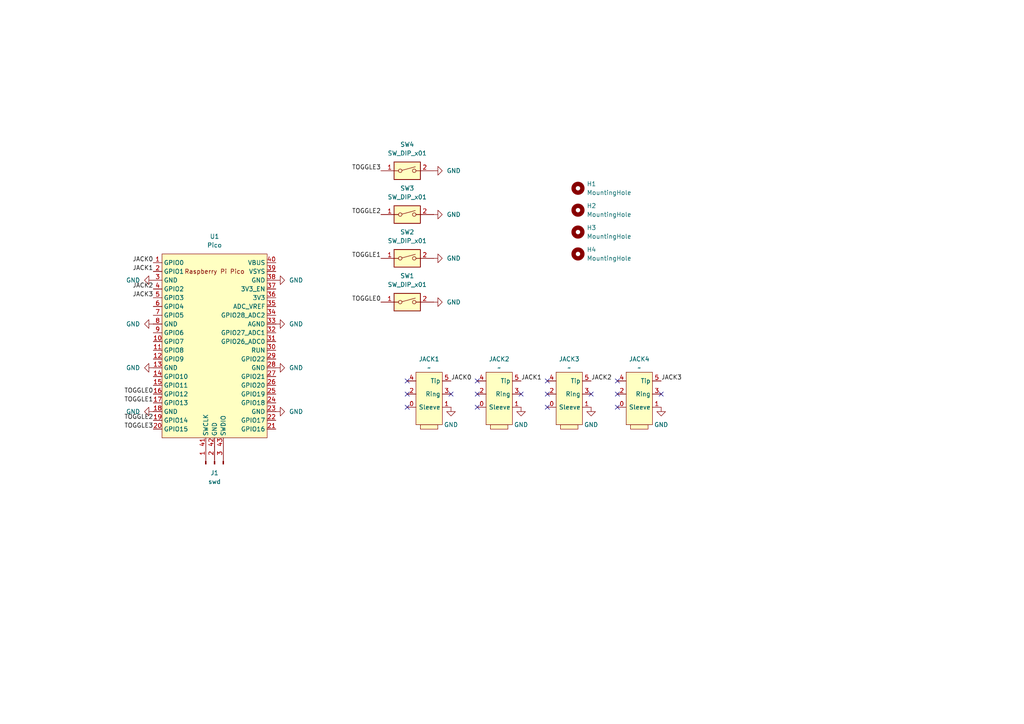
<source format=kicad_sch>
(kicad_sch (version 20231120) (generator "eeschema") (generator_version "8.0")
  (paper "A4")
  (lib_symbols
    (symbol "Connector:Conn_01x03_Pin" (pin_names (offset 1.016) hide)
      (property "Reference" "J" (at 0 5.08 0))
      (property "Value" "Conn_01x03_Pin" (at 0 -5.08 0))
      (symbol "Conn_01x03_Pin_1_1"
        (polyline (pts (xy 1.27 -2.54) (xy 0.8636 -2.54)) (stroke (width 0.1524)))
        (polyline (pts (xy 1.27 0) (xy 0.8636 0)) (stroke (width 0.1524)))
        (polyline (pts (xy 1.27 2.54) (xy 0.8636 2.54)) (stroke (width 0.1524)))
        (rectangle (start 0.8636 -2.413) (end 0 -2.667) (stroke (width 0.1524)) (fill (type outline)))
        (rectangle (start 0.8636 0.127) (end 0 -0.127) (stroke (width 0.1524)) (fill (type outline)))
        (rectangle (start 0.8636 2.667) (end 0 2.413) (stroke (width 0.1524)) (fill (type outline)))
        (pin passive line (at 5.08 2.54 180) (length 3.81) (name "Pin_1") (number "1"))
        (pin passive line (at 5.08 0 180) (length 3.81) (name "Pin_2") (number "2"))
        (pin passive line (at 5.08 -2.54 180) (length 3.81) (name "Pin_3") (number "3"))
      )
    )
    (symbol "MCU_RaspberryPi_and_Boards:Pico"
      (property "Reference" "U" (at -13.97 27.94 0))
      (property "Value" "Pico" (at 0 19.05 0))
      (symbol "Pico_0_0"
        (text "Raspberry Pi Pico" (at 0 21.59 0) (effects (font (size 1.27 1.27))))
      )
      (symbol "Pico_0_1"
        (rectangle (start -15.24 26.67) (end 15.24 -26.67) (fill (type background)))
      )
      (symbol "Pico_1_1"
        (pin bidirectional line (at -17.78 24.13 0) (length 2.54) (name "GPIO0") (number "1"))
        (pin bidirectional line (at -17.78 1.27 0) (length 2.54) (name "GPIO7") (number "10"))
        (pin bidirectional line (at -17.78 -1.27 0) (length 2.54) (name "GPIO8") (number "11"))
        (pin bidirectional line (at -17.78 -3.81 0) (length 2.54) (name "GPIO9") (number "12"))
        (pin power_in line (at -17.78 -6.35 0) (length 2.54) (name "GND") (number "13"))
        (pin bidirectional line (at -17.78 -8.89 0) (length 2.54) (name "GPIO10") (number "14"))
        (pin bidirectional line (at -17.78 -11.43 0) (length 2.54) (name "GPIO11") (number "15"))
        (pin bidirectional line (at -17.78 -13.97 0) (length 2.54) (name "GPIO12") (number "16"))
        (pin bidirectional line (at -17.78 -16.51 0) (length 2.54) (name "GPIO13") (number "17"))
        (pin power_in line (at -17.78 -19.05 0) (length 2.54) (name "GND") (number "18"))
        (pin bidirectional line (at -17.78 -21.59 0) (length 2.54) (name "GPIO14") (number "19"))
        (pin bidirectional line (at -17.78 21.59 0) (length 2.54) (name "GPIO1") (number "2"))
        (pin bidirectional line (at -17.78 -24.13 0) (length 2.54) (name "GPIO15") (number "20"))
        (pin bidirectional line (at 17.78 -24.13 180) (length 2.54) (name "GPIO16") (number "21"))
        (pin bidirectional line (at 17.78 -21.59 180) (length 2.54) (name "GPIO17") (number "22"))
        (pin power_in line (at 17.78 -19.05 180) (length 2.54) (name "GND") (number "23"))
        (pin bidirectional line (at 17.78 -16.51 180) (length 2.54) (name "GPIO18") (number "24"))
        (pin bidirectional line (at 17.78 -13.97 180) (length 2.54) (name "GPIO19") (number "25"))
        (pin bidirectional line (at 17.78 -11.43 180) (length 2.54) (name "GPIO20") (number "26"))
        (pin bidirectional line (at 17.78 -8.89 180) (length 2.54) (name "GPIO21") (number "27"))
        (pin power_in line (at 17.78 -6.35 180) (length 2.54) (name "GND") (number "28"))
        (pin bidirectional line (at 17.78 -3.81 180) (length 2.54) (name "GPIO22") (number "29"))
        (pin power_in line (at -17.78 19.05 0) (length 2.54) (name "GND") (number "3"))
        (pin input line (at 17.78 -1.27 180) (length 2.54) (name "RUN") (number "30"))
        (pin bidirectional line (at 17.78 1.27 180) (length 2.54) (name "GPIO26_ADC0") (number "31"))
        (pin bidirectional line (at 17.78 3.81 180) (length 2.54) (name "GPIO27_ADC1") (number "32"))
        (pin power_in line (at 17.78 6.35 180) (length 2.54) (name "AGND") (number "33"))
        (pin bidirectional line (at 17.78 8.89 180) (length 2.54) (name "GPIO28_ADC2") (number "34"))
        (pin power_in line (at 17.78 11.43 180) (length 2.54) (name "ADC_VREF") (number "35"))
        (pin power_in line (at 17.78 13.97 180) (length 2.54) (name "3V3") (number "36"))
        (pin input line (at 17.78 16.51 180) (length 2.54) (name "3V3_EN") (number "37"))
        (pin bidirectional line (at 17.78 19.05 180) (length 2.54) (name "GND") (number "38"))
        (pin power_in line (at 17.78 21.59 180) (length 2.54) (name "VSYS") (number "39"))
        (pin bidirectional line (at -17.78 16.51 0) (length 2.54) (name "GPIO2") (number "4"))
        (pin power_in line (at 17.78 24.13 180) (length 2.54) (name "VBUS") (number "40"))
        (pin input line (at -2.54 -29.21 90) (length 2.54) (name "SWCLK") (number "41"))
        (pin power_in line (at 0 -29.21 90) (length 2.54) (name "GND") (number "42"))
        (pin bidirectional line (at 2.54 -29.21 90) (length 2.54) (name "SWDIO") (number "43"))
        (pin bidirectional line (at -17.78 13.97 0) (length 2.54) (name "GPIO3") (number "5"))
        (pin bidirectional line (at -17.78 11.43 0) (length 2.54) (name "GPIO4") (number "6"))
        (pin bidirectional line (at -17.78 8.89 0) (length 2.54) (name "GPIO5") (number "7"))
        (pin power_in line (at -17.78 6.35 0) (length 2.54) (name "GND") (number "8"))
        (pin bidirectional line (at -17.78 3.81 0) (length 2.54) (name "GPIO6") (number "9"))
      )
    )
    (symbol "Mechanical:MountingHole" (pin_names (offset 1.016)) (exclude_from_sim yes) (in_bom no)
      (property "Reference" "H" (at 0 5.08 0))
      (property "Value" "MountingHole" (at 0 3.175 0))
      (symbol "MountingHole_0_1"
        (circle (center 0 0) (radius 1.27) (stroke (width 1.27)))
      )
    )
    (symbol "Switch:SW_DIP_x01" (pin_names (offset 0) hide)
      (property "Reference" "SW" (at 0 3.81 0))
      (property "Value" "SW_DIP_x01" (at 0 -3.81 0))
      (symbol "SW_DIP_x01_0_0"
        (circle (center -2.032 0) (radius 0.508))
        (polyline (pts (xy -1.524 0.127) (xy 2.3622 1.1684)))
        (circle (center 2.032 0) (radius 0.508))
      )
      (symbol "SW_DIP_x01_0_1"
        (rectangle (start -3.81 2.54) (end 3.81 -2.54) (stroke (width 0.254)) (fill (type background)))
      )
      (symbol "SW_DIP_x01_1_1"
        (pin passive line (at -7.62 0 0) (length 5.08) (name "~") (number "1"))
        (pin passive line (at 7.62 0 180) (length 5.08) (name "~") (number "2"))
      )
    )
    (symbol "power:GND" (power) (pin_numbers hide) (pin_names (offset 0) hide)
      (property "Value" "GND" (at 0 -3.81 0))
      (symbol "GND_0_1"
        (polyline (pts (xy 0 0) (xy 0 -1.27) (xy 1.27 -1.27) (xy 0 -2.54) (xy -1.27 -1.27) (xy 0 -1.27)))
      )
      (symbol "GND_1_1"
        (pin power_in line (at 0 0 270) (length 0) (name "~") (number "1"))
      )
    )
    (symbol "rytmos:TRS_Jack_6.3mm"
      (property "Reference" "JACK" (at -0.254 7.62 0))
      (symbol "TRS_Jack_6.3mm_1_1"
        (rectangle (start -3.81 -8.89) (end 3.81 6.35) (fill (type background)))
        (rectangle (start -2.54 -10.16) (end 2.54 -8.89) (fill (type background)))
        (pin input line (at -6.35 -3.81 0) (length 2.54) (name "") (number "0"))
        (pin input line (at 6.35 -3.81 180) (length 2.54) (name "Sleeve") (number "1"))
        (pin input line (at -6.35 0 0) (length 2.54) (name "") (number "2"))
        (pin input line (at 6.35 0 180) (length 2.54) (name "Ring") (number "3"))
        (pin input line (at -6.35 3.81 0) (length 2.54) (name "") (number "4"))
        (pin input line (at 6.35 3.81 180) (length 2.54) (name "Tip") (number "5"))
      )
    )
  )
  (no_connect (at 138.43 114.3))
  (no_connect (at 179.07 110.49))
  (no_connect (at 158.75 114.3))
  (no_connect (at 179.07 118.11))
  (no_connect (at 138.43 118.11))
  (no_connect (at 118.11 114.3))
  (no_connect (at 191.77 114.3))
  (no_connect (at 179.07 114.3))
  (no_connect (at 138.43 110.49))
  (no_connect (at 151.13 114.3))
  (no_connect (at 118.11 118.11))
  (no_connect (at 158.75 118.11))
  (no_connect (at 158.75 110.49))
  (no_connect (at 171.45 114.3))
  (no_connect (at 130.81 114.3))
  (no_connect (at 118.11 110.49))
  (label "JACK2" (at 44.45 83.82 180))
  (label "TOGGLE0" (at 44.45 114.3 180))
  (label "TOGGLE1" (at 110.49 74.93 180))
  (label "JACK0" (at 44.45 76.2 180))
  (label "TOGGLE2" (at 44.45 121.92 180))
  (label "JACK3" (at 44.45 86.36 180))
  (label "TOGGLE0" (at 110.49 87.63 180))
  (label "JACK1" (at 151.13 110.49 0))
  (label "JACK1" (at 44.45 78.74 180))
  (label "JACK0" (at 130.81 110.49 0))
  (label "TOGGLE2" (at 110.49 62.23 180))
  (label "JACK3" (at 191.77 110.49 0))
  (label "TOGGLE3" (at 44.45 124.46 180))
  (label "TOGGLE1" (at 44.45 116.84 180))
  (label "TOGGLE3" (at 110.49 49.53 180))
  (label "JACK2" (at 171.45 110.49 0))
  (symbol (lib_id "power:GND") (at 44.45 81.28 270) (unit 1)
    (property "Reference" "#PWR09" (effects (hide yes)))
    (property "Value" "GND" (at 40.64 81.2799 90) (effects (justify right)))
    (property "Description" "Power symbol creates a global label with name \"GND\" , ground" (effects (hide yes)))
  )
  (symbol (lib_id "power:GND") (at 130.81 118.11 0) (unit 1)
    (property "Reference" "#PWR01" (effects (hide yes)))
    (property "Value" "GND" (at 130.81 123.19 0))
    (property "Description" "Power symbol creates a global label with name \"GND\" , ground" (effects (hide yes)))
  )
  (symbol (lib_id "Mechanical:MountingHole") (at 167.64 54.61 0) (unit 1) (exclude_from_sim yes) (in_bom no)
    (property "Reference" "H1" (at 170.18 53.3399 0) (effects (justify left)))
    (property "Value" "MountingHole" (at 170.18 55.8799 0) (effects (justify left)))
    (property "Footprint" "MountingHole:MountingHole_3.2mm_M3" (effects (hide yes)))
    (property "Description" "Mounting Hole without connection" (effects (hide yes)))
  )
  (symbol (lib_id "rytmos:TRS_Jack_6.3mm") (at 185.42 114.3 0) (unit 1)
    (property "Reference" "JACK4" (at 185.42 104.14 0))
    (property "Value" "~" (at 185.42 106.68 0))
    (property "Footprint" "rytmos:Jack_6.3mm" (effects (hide yes)))
  )
  (symbol (lib_id "rytmos:TRS_Jack_6.3mm") (at 124.46 114.3 0) (unit 1)
    (property "Reference" "JACK1" (at 124.46 104.14 0))
    (property "Value" "~" (at 124.46 106.68 0))
    (property "Footprint" "rytmos:Jack_6.3mm" (effects (hide yes)))
  )
  (symbol (lib_id "power:GND") (at 191.77 118.11 0) (unit 1)
    (property "Reference" "#PWR04" (effects (hide yes)))
    (property "Value" "GND" (at 191.77 123.19 0))
    (property "Description" "Power symbol creates a global label with name \"GND\" , ground" (effects (hide yes)))
  )
  (symbol (lib_id "power:GND") (at 125.73 62.23 90) (unit 1)
    (property "Reference" "#PWR015" (effects (hide yes)))
    (property "Value" "GND" (at 129.54 62.2299 90) (effects (justify right)))
    (property "Description" "Power symbol creates a global label with name \"GND\" , ground" (effects (hide yes)))
  )
  (symbol (lib_id "power:GND") (at 125.73 49.53 90) (unit 1)
    (property "Reference" "#PWR016" (effects (hide yes)))
    (property "Value" "GND" (at 129.54 49.5299 90) (effects (justify right)))
    (property "Description" "Power symbol creates a global label with name \"GND\" , ground" (effects (hide yes)))
  )
  (symbol (lib_id "Switch:SW_DIP_x01") (at 118.11 62.23 0) (unit 1)
    (property "Reference" "SW3" (at 118.11 54.61 0))
    (property "Value" "SW_DIP_x01" (at 118.11 57.15 0))
    (property "Footprint" "Connector_PinSocket_2.54mm:PinSocket_1x03_P2.54mm_Vertical" (effects (hide yes)))
    (property "Description" "1x DIP Switch, Single Pole Single Throw (SPST) switch, small symbol" (effects (hide yes)))
  )
  (symbol (lib_id "Connector:Conn_01x03_Pin") (at 62.23 134.62 90) (unit 1)
    (property "Reference" "J1" (at 62.23 137.16 90))
    (property "Value" "swd" (at 62.23 139.7 90))
    (property "Footprint" "Connector_PinSocket_2.54mm:PinSocket_1x03_P2.54mm_Vertical" (effects (hide yes)))
    (property "Description" "Generic connector, single row, 01x03, script generated" (effects (hide yes)))
  )
  (symbol (lib_id "power:GND") (at 80.01 119.38 90) (unit 1)
    (property "Reference" "#PWR05" (effects (hide yes)))
    (property "Value" "GND" (at 83.82 119.3799 90) (effects (justify right)))
    (property "Description" "Power symbol creates a global label with name \"GND\" , ground" (effects (hide yes)))
  )
  (symbol (lib_id "Mechanical:MountingHole") (at 167.64 60.96 0) (unit 1) (exclude_from_sim yes) (in_bom no)
    (property "Reference" "H2" (at 170.18 59.6899 0) (effects (justify left)))
    (property "Value" "MountingHole" (at 170.18 62.2299 0) (effects (justify left)))
    (property "Footprint" "MountingHole:MountingHole_3.2mm_M3" (effects (hide yes)))
    (property "Description" "Mounting Hole without connection" (effects (hide yes)))
  )
  (symbol (lib_id "power:GND") (at 151.13 118.11 0) (unit 1)
    (property "Reference" "#PWR02" (effects (hide yes)))
    (property "Value" "GND" (at 151.13 123.19 0))
    (property "Description" "Power symbol creates a global label with name \"GND\" , ground" (effects (hide yes)))
  )
  (symbol (lib_id "Switch:SW_DIP_x01") (at 118.11 49.53 0) (unit 1)
    (property "Reference" "SW4" (at 118.11 41.91 0))
    (property "Value" "SW_DIP_x01" (at 118.11 44.45 0))
    (property "Footprint" "Connector_PinSocket_2.54mm:PinSocket_1x03_P2.54mm_Vertical" (effects (hide yes)))
    (property "Description" "1x DIP Switch, Single Pole Single Throw (SPST) switch, small symbol" (effects (hide yes)))
  )
  (symbol (lib_id "power:GND") (at 80.01 106.68 90) (unit 1)
    (property "Reference" "#PWR06" (effects (hide yes)))
    (property "Value" "GND" (at 83.82 106.6799 90) (effects (justify right)))
    (property "Description" "Power symbol creates a global label with name \"GND\" , ground" (effects (hide yes)))
  )
  (symbol (lib_id "power:GND") (at 44.45 93.98 270) (unit 1)
    (property "Reference" "#PWR010" (effects (hide yes)))
    (property "Value" "GND" (at 40.64 93.9799 90) (effects (justify right)))
    (property "Description" "Power symbol creates a global label with name \"GND\" , ground" (effects (hide yes)))
  )
  (symbol (lib_id "power:GND") (at 44.45 106.68 270) (unit 1)
    (property "Reference" "#PWR011" (effects (hide yes)))
    (property "Value" "GND" (at 40.64 106.6799 90) (effects (justify right)))
    (property "Description" "Power symbol creates a global label with name \"GND\" , ground" (effects (hide yes)))
  )
  (symbol (lib_id "power:GND") (at 44.45 119.38 270) (unit 1)
    (property "Reference" "#PWR012" (effects (hide yes)))
    (property "Value" "GND" (at 40.64 119.3799 90) (effects (justify right)))
    (property "Description" "Power symbol creates a global label with name \"GND\" , ground" (effects (hide yes)))
  )
  (symbol (lib_id "Switch:SW_DIP_x01") (at 118.11 74.93 0) (unit 1)
    (property "Reference" "SW2" (at 118.11 67.31 0))
    (property "Value" "SW_DIP_x01" (at 118.11 69.85 0))
    (property "Footprint" "Connector_PinSocket_2.54mm:PinSocket_1x03_P2.54mm_Vertical" (effects (hide yes)))
    (property "Description" "1x DIP Switch, Single Pole Single Throw (SPST) switch, small symbol" (effects (hide yes)))
  )
  (symbol (lib_id "power:GND") (at 80.01 81.28 90) (unit 1)
    (property "Reference" "#PWR08" (effects (hide yes)))
    (property "Value" "GND" (at 83.82 81.2799 90) (effects (justify right)))
    (property "Description" "Power symbol creates a global label with name \"GND\" , ground" (effects (hide yes)))
  )
  (symbol (lib_id "power:GND") (at 171.45 118.11 0) (unit 1)
    (property "Reference" "#PWR03" (effects (hide yes)))
    (property "Value" "GND" (at 171.45 123.19 0))
    (property "Description" "Power symbol creates a global label with name \"GND\" , ground" (effects (hide yes)))
  )
  (symbol (lib_id "power:GND") (at 80.01 93.98 90) (unit 1)
    (property "Reference" "#PWR07" (effects (hide yes)))
    (property "Value" "GND" (at 83.82 93.9799 90) (effects (justify right)))
    (property "Description" "Power symbol creates a global label with name \"GND\" , ground" (effects (hide yes)))
  )
  (symbol (lib_id "Switch:SW_DIP_x01") (at 118.11 87.63 0) (unit 1)
    (property "Reference" "SW1" (at 118.11 80.01 0))
    (property "Value" "SW_DIP_x01" (at 118.11 82.55 0))
    (property "Footprint" "Connector_PinSocket_2.54mm:PinSocket_1x03_P2.54mm_Vertical" (effects (hide yes)))
    (property "Description" "1x DIP Switch, Single Pole Single Throw (SPST) switch, small symbol" (effects (hide yes)))
  )
  (symbol (lib_id "rytmos:TRS_Jack_6.3mm") (at 165.1 114.3 0) (unit 1)
    (property "Reference" "JACK3" (at 165.1 104.14 0))
    (property "Value" "~" (at 165.1 106.68 0))
    (property "Footprint" "rytmos:Jack_6.3mm" (effects (hide yes)))
  )
  (symbol (lib_id "Mechanical:MountingHole") (at 167.64 73.66 0) (unit 1) (exclude_from_sim yes) (in_bom no)
    (property "Reference" "H4" (at 170.18 72.3899 0) (effects (justify left)))
    (property "Value" "MountingHole" (at 170.18 74.9299 0) (effects (justify left)))
    (property "Footprint" "MountingHole:MountingHole_3.2mm_M3" (effects (hide yes)))
    (property "Description" "Mounting Hole without connection" (effects (hide yes)))
  )
  (symbol (lib_id "rytmos:TRS_Jack_6.3mm") (at 144.78 114.3 0) (unit 1)
    (property "Reference" "JACK2" (at 144.78 104.14 0))
    (property "Value" "~" (at 144.78 106.68 0))
    (property "Footprint" "rytmos:Jack_6.3mm" (effects (hide yes)))
  )
  (symbol (lib_id "power:GND") (at 125.73 74.93 90) (unit 1)
    (property "Reference" "#PWR014" (effects (hide yes)))
    (property "Value" "GND" (at 129.54 74.9299 90) (effects (justify right)))
    (property "Description" "Power symbol creates a global label with name \"GND\" , ground" (effects (hide yes)))
  )
  (symbol (lib_id "Mechanical:MountingHole") (at 167.64 67.31 0) (unit 1) (exclude_from_sim yes) (in_bom no)
    (property "Reference" "H3" (at 170.18 66.0399 0) (effects (justify left)))
    (property "Value" "MountingHole" (at 170.18 68.5799 0) (effects (justify left)))
    (property "Footprint" "MountingHole:MountingHole_3.2mm_M3" (effects (hide yes)))
    (property "Description" "Mounting Hole without connection" (effects (hide yes)))
  )
  (symbol (lib_id "power:GND") (at 125.73 87.63 90) (unit 1)
    (property "Reference" "#PWR013" (effects (hide yes)))
    (property "Value" "GND" (at 129.54 87.6299 90) (effects (justify right)))
    (property "Description" "Power symbol creates a global label with name \"GND\" , ground" (effects (hide yes)))
  )
  (symbol (lib_id "MCU_RaspberryPi_and_Boards:Pico") (at 62.23 100.33 0) (unit 1)
    (property "Reference" "U1" (at 62.23 68.58 0))
    (property "Value" "Pico" (at 62.23 71.12 0))
    (property "Footprint" "MCU_RaspberryPi_and_Boards:RPi_Pico_SMD_TH" (effects (hide yes)))
  )
)
</source>
